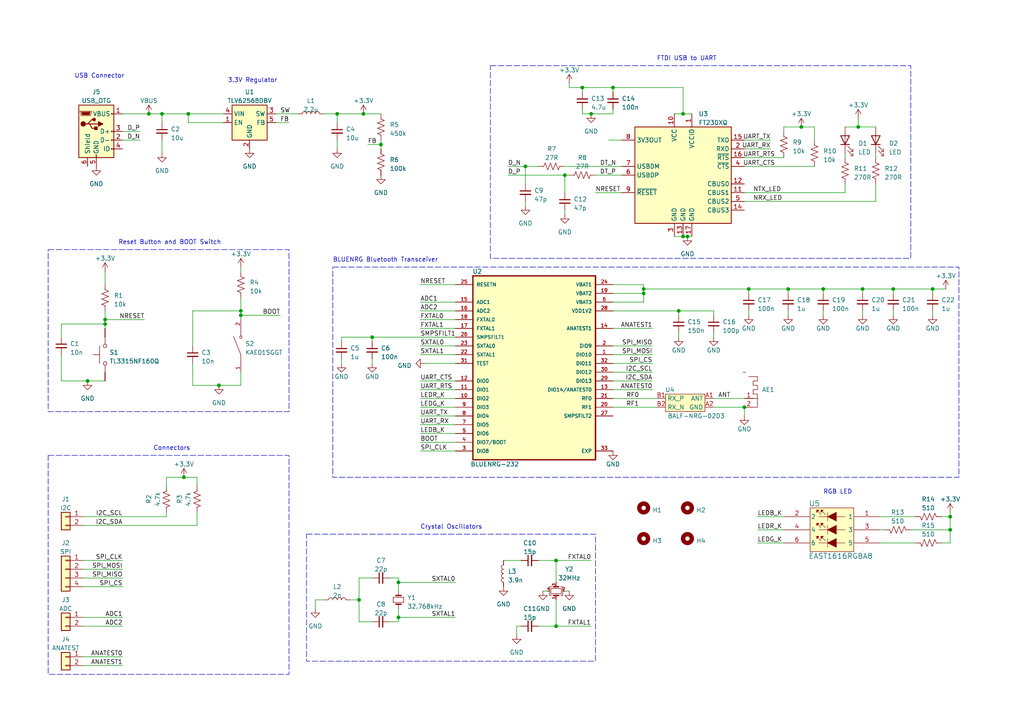
<source format=kicad_sch>
(kicad_sch (version 20230121) (generator eeschema)
  (paper "A4")
  (junction (at 163.83 50.8))
  (junction (at 168.91 25.4))
  (junction (at 30.48 93.98))
  (junction (at 198.12 33.02))
  (junction (at 259.08 83.82))
  (junction (at 250.19 83.82))
  (junction (at 238.76 83.82))
  (junction (at 105.41 33.02))
  (junction (at 232.41 36.83))
  (junction (at 63.5 111.76))
  (junction (at 217.17 83.82))
  (junction (at 196.85 90.17))
  (junction (at 152.4 48.26))
  (junction (at 69.85 90.17))
  (junction (at 228.6 83.82))
  (junction (at 161.29 162.56))
  (junction (at 270.51 83.82))
  (junction (at 30.48 92.71))
  (junction (at 248.92 36.83))
  (junction (at 115.57 168.91))
  (junction (at 107.95 97.79))
  (junction (at 97.79 33.02))
  (junction (at 161.29 181.61))
  (junction (at 110.49 41.91))
  (junction (at 275.59 153.67))
  (junction (at 186.69 83.82))
  (junction (at 25.4 110.49))
  (junction (at 171.45 33.02))
  (junction (at 177.8 25.4))
  (junction (at 69.85 91.44))
  (junction (at 104.14 173.99))
  (junction (at 215.9 118.11))
  (junction (at 115.57 179.07))
  (junction (at 186.69 85.09))
  (junction (at 198.12 68.58))
  (junction (at 53.34 138.43))
  (junction (at 54.61 33.02))
  (junction (at 46.99 33.02))
  (junction (at 199.39 68.58))
  (junction (at 43.18 33.02))
  (junction (at 275.59 149.86))
  (wire (pts (xy 69.85 77.47) (xy 69.85 78.74)))
  (wire (pts (xy 25.4 110.49) (xy 30.48 110.49)))
  (wire (pts (xy 30.48 93.98) (xy 30.48 95.25)))
  (wire (pts (xy 147.32 48.26) (xy 152.4 48.26)))
  (wire (pts (xy 105.41 33.02) (xy 110.49 33.02)))
  (wire (pts (xy 30.48 90.17) (xy 30.48 92.71)))
  (wire (pts (xy 265.43 157.48) (xy 255.27 157.48)))
  (wire (pts (xy 177.8 26.67) (xy 177.8 25.4)))
  (wire (pts (xy 35.56 193.04) (xy 24.13 193.04)))
  (wire (pts (xy 207.01 118.11) (xy 215.9 118.11)))
  (wire (pts (xy 186.69 82.55) (xy 177.8 82.55)))
  (wire (pts (xy 149.86 181.61) (xy 151.13 181.61)))
  (wire (pts (xy 93.98 33.02) (xy 97.79 33.02)))
  (wire (pts (xy 168.91 33.02) (xy 168.91 31.75)))
  (wire (pts (xy 250.19 85.09) (xy 250.19 83.82)))
  (wire (pts (xy 149.86 181.61) (xy 149.86 184.15)))
  (wire (pts (xy 63.5 111.76) (xy 69.85 111.76)))
  (wire (pts (xy 161.29 162.56) (xy 161.29 168.91)))
  (wire (pts (xy 113.03 180.34) (xy 115.57 180.34)))
  (wire (pts (xy 168.91 33.02) (xy 171.45 33.02)))
  (wire (pts (xy 104.14 167.64) (xy 107.95 167.64)))
  (wire (pts (xy 250.19 91.44) (xy 250.19 90.17)))
  (wire (pts (xy 107.95 97.79) (xy 107.95 99.06)))
  (wire (pts (xy 115.57 168.91) (xy 115.57 171.45)))
  (wire (pts (xy 248.92 36.83) (xy 254 36.83)))
  (wire (pts (xy 215.9 48.26) (xy 236.22 48.26)))
  (wire (pts (xy 176.53 40.64) (xy 180.34 40.64)))
  (wire (pts (xy 107.95 97.79) (xy 132.08 97.79)))
  (wire (pts (xy 121.92 115.57) (xy 132.08 115.57)))
  (wire (pts (xy 46.99 44.45) (xy 46.99 40.64)))
  (wire (pts (xy 254 58.42) (xy 254 53.34)))
  (wire (pts (xy 121.92 87.63) (xy 132.08 87.63)))
  (wire (pts (xy 121.92 123.19) (xy 132.08 123.19)))
  (wire (pts (xy 121.92 102.87) (xy 132.08 102.87)))
  (wire (pts (xy 24.13 179.07) (xy 35.56 179.07)))
  (wire (pts (xy 215.9 43.18) (xy 223.52 43.18)))
  (wire (pts (xy 54.61 35.56) (xy 64.77 35.56)))
  (wire (pts (xy 189.23 107.95) (xy 177.8 107.95)))
  (wire (pts (xy 217.17 91.44) (xy 217.17 90.17)))
  (wire (pts (xy 48.26 149.86) (xy 48.26 148.59)))
  (wire (pts (xy 228.6 83.82) (xy 238.76 83.82)))
  (wire (pts (xy 165.1 171.45) (xy 163.83 171.45)))
  (wire (pts (xy 35.56 167.64) (xy 24.13 167.64)))
  (wire (pts (xy 54.61 33.02) (xy 64.77 33.02)))
  (wire (pts (xy 275.59 153.67) (xy 275.59 157.48)))
  (wire (pts (xy 132.08 95.25) (xy 121.92 95.25)))
  (wire (pts (xy 57.15 138.43) (xy 57.15 140.97)))
  (wire (pts (xy 177.8 115.57) (xy 190.5 115.57)))
  (wire (pts (xy 48.26 138.43) (xy 53.34 138.43)))
  (wire (pts (xy 236.22 36.83) (xy 232.41 36.83)))
  (wire (pts (xy 275.59 149.86) (xy 275.59 153.67)))
  (wire (pts (xy 264.16 153.67) (xy 275.59 153.67)))
  (wire (pts (xy 107.95 105.41) (xy 107.95 104.14)))
  (wire (pts (xy 35.56 38.1) (xy 40.64 38.1)))
  (wire (pts (xy 215.9 58.42) (xy 254 58.42)))
  (wire (pts (xy 121.92 120.65) (xy 132.08 120.65)))
  (wire (pts (xy 115.57 167.64) (xy 113.03 167.64)))
  (wire (pts (xy 17.78 97.79) (xy 17.78 93.98)))
  (wire (pts (xy 121.92 125.73) (xy 132.08 125.73)))
  (wire (pts (xy 115.57 180.34) (xy 115.57 179.07)))
  (wire (pts (xy 199.39 68.58) (xy 200.66 68.58)))
  (wire (pts (xy 157.48 171.45) (xy 158.75 171.45)))
  (wire (pts (xy 110.49 41.91) (xy 110.49 43.18)))
  (wire (pts (xy 69.85 91.44) (xy 81.28 91.44)))
  (wire (pts (xy 55.88 100.33) (xy 55.88 90.17)))
  (wire (pts (xy 46.99 35.56) (xy 46.99 33.02)))
  (wire (pts (xy 274.32 83.82) (xy 270.51 83.82)))
  (wire (pts (xy 219.71 157.48) (xy 227.33 157.48)))
  (wire (pts (xy 168.91 26.67) (xy 168.91 25.4)))
  (wire (pts (xy 196.85 97.79) (xy 196.85 96.52)))
  (wire (pts (xy 215.9 118.11) (xy 215.9 120.65)))
  (wire (pts (xy 250.19 83.82) (xy 259.08 83.82)))
  (wire (pts (xy 189.23 105.41) (xy 177.8 105.41)))
  (wire (pts (xy 24.13 152.4) (xy 57.15 152.4)))
  (wire (pts (xy 275.59 149.86) (xy 273.05 149.86)))
  (wire (pts (xy 215.9 55.88) (xy 245.11 55.88)))
  (wire (pts (xy 57.15 152.4) (xy 57.15 148.59)))
  (wire (pts (xy 69.85 111.76) (xy 69.85 107.95)))
  (wire (pts (xy 104.14 180.34) (xy 104.14 173.99)))
  (wire (pts (xy 196.85 90.17) (xy 207.01 90.17)))
  (wire (pts (xy 236.22 40.64) (xy 236.22 36.83)))
  (wire (pts (xy 107.95 180.34) (xy 104.14 180.34)))
  (wire (pts (xy 215.9 45.72) (xy 227.33 45.72)))
  (wire (pts (xy 254 44.45) (xy 254 45.72)))
  (wire (pts (xy 217.17 85.09) (xy 217.17 83.82)))
  (wire (pts (xy 189.23 100.33) (xy 177.8 100.33)))
  (wire (pts (xy 171.45 33.02) (xy 177.8 33.02)))
  (wire (pts (xy 165.1 25.4) (xy 168.91 25.4)))
  (wire (pts (xy 161.29 181.61) (xy 161.29 173.99)))
  (wire (pts (xy 35.56 40.64) (xy 40.64 40.64)))
  (wire (pts (xy 259.08 91.44) (xy 259.08 90.17)))
  (wire (pts (xy 53.34 138.43) (xy 57.15 138.43)))
  (wire (pts (xy 55.88 105.41) (xy 55.88 111.76)))
  (wire (pts (xy 219.71 149.86) (xy 227.33 149.86)))
  (wire (pts (xy 207.01 115.57) (xy 215.9 115.57)))
  (wire (pts (xy 48.26 140.97) (xy 48.26 138.43)))
  (wire (pts (xy 177.8 87.63) (xy 186.69 87.63)))
  (wire (pts (xy 186.69 83.82) (xy 186.69 82.55)))
  (wire (pts (xy 97.79 43.18) (xy 97.79 40.64)))
  (wire (pts (xy 35.56 33.02) (xy 43.18 33.02)))
  (wire (pts (xy 55.88 111.76) (xy 63.5 111.76)))
  (wire (pts (xy 238.76 91.44) (xy 238.76 90.17)))
  (wire (pts (xy 24.13 149.86) (xy 48.26 149.86)))
  (wire (pts (xy 132.08 92.71) (xy 121.92 92.71)))
  (wire (pts (xy 101.6 173.99) (xy 104.14 173.99)))
  (wire (pts (xy 161.29 162.56) (xy 171.45 162.56)))
  (wire (pts (xy 80.01 35.56) (xy 83.82 35.56)))
  (wire (pts (xy 177.8 118.11) (xy 190.5 118.11)))
  (wire (pts (xy 177.8 90.17) (xy 196.85 90.17)))
  (wire (pts (xy 97.79 33.02) (xy 105.41 33.02)))
  (wire (pts (xy 198.12 68.58) (xy 199.39 68.58)))
  (wire (pts (xy 186.69 83.82) (xy 217.17 83.82)))
  (wire (pts (xy 228.6 85.09) (xy 228.6 83.82)))
  (wire (pts (xy 152.4 48.26) (xy 156.21 48.26)))
  (wire (pts (xy 17.78 110.49) (xy 25.4 110.49)))
  (wire (pts (xy 163.83 50.8) (xy 163.83 55.88)))
  (wire (pts (xy 30.48 78.74) (xy 30.48 82.55)))
  (wire (pts (xy 217.17 83.82) (xy 228.6 83.82)))
  (wire (pts (xy 152.4 48.26) (xy 152.4 53.34)))
  (wire (pts (xy 189.23 113.03) (xy 177.8 113.03)))
  (wire (pts (xy 24.13 181.61) (xy 35.56 181.61)))
  (wire (pts (xy 273.05 157.48) (xy 275.59 157.48)))
  (wire (pts (xy 189.23 110.49) (xy 177.8 110.49)))
  (wire (pts (xy 97.79 33.02) (xy 97.79 35.56)))
  (wire (pts (xy 189.23 95.25) (xy 177.8 95.25)))
  (wire (pts (xy 238.76 83.82) (xy 250.19 83.82)))
  (wire (pts (xy 17.78 102.87) (xy 17.78 110.49)))
  (wire (pts (xy 186.69 87.63) (xy 186.69 85.09)))
  (wire (pts (xy 232.41 36.83) (xy 227.33 36.83)))
  (wire (pts (xy 17.78 93.98) (xy 30.48 93.98)))
  (wire (pts (xy 245.11 44.45) (xy 245.11 45.72)))
  (wire (pts (xy 156.21 162.56) (xy 161.29 162.56)))
  (wire (pts (xy 30.48 92.71) (xy 41.91 92.71)))
  (wire (pts (xy 35.56 162.56) (xy 24.13 162.56)))
  (wire (pts (xy 110.49 40.64) (xy 110.49 41.91)))
  (wire (pts (xy 168.91 25.4) (xy 177.8 25.4)))
  (wire (pts (xy 177.8 25.4) (xy 198.12 25.4)))
  (wire (pts (xy 91.44 173.99) (xy 93.98 173.99)))
  (wire (pts (xy 195.58 33.02) (xy 198.12 33.02)))
  (wire (pts (xy 115.57 179.07) (xy 132.08 179.07)))
  (wire (pts (xy 115.57 168.91) (xy 132.08 168.91)))
  (wire (pts (xy 172.72 50.8) (xy 180.34 50.8)))
  (wire (pts (xy 227.33 36.83) (xy 227.33 38.1)))
  (wire (pts (xy 180.34 55.88) (xy 172.72 55.88)))
  (wire (pts (xy 55.88 90.17) (xy 69.85 90.17)))
  (wire (pts (xy 219.71 153.67) (xy 227.33 153.67)))
  (wire (pts (xy 99.06 97.79) (xy 107.95 97.79)))
  (wire (pts (xy 275.59 148.59) (xy 275.59 149.86)))
  (wire (pts (xy 121.92 128.27) (xy 132.08 128.27)))
  (wire (pts (xy 123.19 105.41) (xy 132.08 105.41)))
  (wire (pts (xy 146.05 162.56) (xy 151.13 162.56)))
  (wire (pts (xy 69.85 91.44) (xy 69.85 92.71)))
  (wire (pts (xy 228.6 91.44) (xy 228.6 90.17)))
  (wire (pts (xy 186.69 85.09) (xy 186.69 83.82)))
  (wire (pts (xy 91.44 176.53) (xy 91.44 173.99)))
  (wire (pts (xy 106.68 41.91) (xy 110.49 41.91)))
  (wire (pts (xy 156.21 181.61) (xy 161.29 181.61)))
  (wire (pts (xy 121.92 100.33) (xy 132.08 100.33)))
  (wire (pts (xy 195.58 68.58) (xy 198.12 68.58)))
  (wire (pts (xy 69.85 90.17) (xy 69.85 91.44)))
  (wire (pts (xy 265.43 149.86) (xy 255.27 149.86)))
  (wire (pts (xy 80.01 33.02) (xy 86.36 33.02)))
  (wire (pts (xy 259.08 83.82) (xy 270.51 83.82)))
  (wire (pts (xy 161.29 181.61) (xy 171.45 181.61)))
  (wire (pts (xy 121.92 82.55) (xy 132.08 82.55)))
  (wire (pts (xy 248.92 34.29) (xy 248.92 36.83)))
  (wire (pts (xy 99.06 105.41) (xy 99.06 104.14)))
  (wire (pts (xy 207.01 97.79) (xy 207.01 96.52)))
  (wire (pts (xy 35.56 170.18) (xy 24.13 170.18)))
  (wire (pts (xy 121.92 118.11) (xy 132.08 118.11)))
  (wire (pts (xy 198.12 25.4) (xy 198.12 33.02)))
  (wire (pts (xy 163.83 48.26) (xy 180.34 48.26)))
  (wire (pts (xy 35.56 165.1) (xy 24.13 165.1)))
  (wire (pts (xy 215.9 40.64) (xy 223.52 40.64)))
  (wire (pts (xy 115.57 168.91) (xy 115.57 167.64)))
  (wire (pts (xy 189.23 102.87) (xy 177.8 102.87)))
  (wire (pts (xy 163.83 60.96) (xy 163.83 62.23)))
  (wire (pts (xy 245.11 55.88) (xy 245.11 53.34)))
  (wire (pts (xy 104.14 173.99) (xy 104.14 167.64)))
  (wire (pts (xy 46.99 33.02) (xy 54.61 33.02)))
  (wire (pts (xy 165.1 24.13) (xy 165.1 25.4)))
  (wire (pts (xy 245.11 36.83) (xy 248.92 36.83)))
  (wire (pts (xy 115.57 176.53) (xy 115.57 179.07)))
  (wire (pts (xy 270.51 91.44) (xy 270.51 90.17)))
  (wire (pts (xy 99.06 97.79) (xy 99.06 99.06)))
  (wire (pts (xy 35.56 190.5) (xy 24.13 190.5)))
  (wire (pts (xy 69.85 86.36) (xy 69.85 90.17)))
  (wire (pts (xy 30.48 92.71) (xy 30.48 93.98)))
  (wire (pts (xy 121.92 113.03) (xy 132.08 113.03)))
  (wire (pts (xy 207.01 90.17) (xy 207.01 91.44)))
  (wire (pts (xy 147.32 50.8) (xy 163.83 50.8)))
  (wire (pts (xy 177.8 85.09) (xy 186.69 85.09)))
  (wire (pts (xy 121.92 90.17) (xy 132.08 90.17)))
  (wire (pts (xy 121.92 110.49) (xy 132.08 110.49)))
  (wire (pts (xy 270.51 85.09) (xy 270.51 83.82)))
  (wire (pts (xy 43.18 33.02) (xy 46.99 33.02)))
  (wire (pts (xy 196.85 91.44) (xy 196.85 90.17)))
  (wire (pts (xy 256.54 153.67) (xy 255.27 153.67)))
  (wire (pts (xy 259.08 85.09) (xy 259.08 83.82)))
  (wire (pts (xy 121.92 130.81) (xy 132.08 130.81)))
  (wire (pts (xy 152.4 58.42) (xy 152.4 59.69)))
  (wire (pts (xy 238.76 85.09) (xy 238.76 83.82)))
  (wire (pts (xy 177.8 31.75) (xy 177.8 33.02)))
  (wire (pts (xy 163.83 50.8) (xy 165.1 50.8)))
  (wire (pts (xy 198.12 33.02) (xy 200.66 33.02)))
  (wire (pts (xy 54.61 33.02) (xy 54.61 35.56)))
  (rectangle (start 96.52 77.47) (end 278.13 138.43) (stroke (width 0) (type dash)))
  (rectangle (start 13.97 72.39) (end 83.82 119.38) (stroke (width 0) (type dash)))
  (rectangle (start 88.9 154.94) (end 172.72 191.77) (stroke (width 0) (type dash)))
  (rectangle (start 142.24 19.05) (end 264.16 74.93) (stroke (width 0) (type dash)))
  (rectangle (start 13.97 132.08) (end 83.82 195.58) (stroke (width 0) (type dash)))
  (text "Reset Button and BOOT Switch\n" (at 34.29 71.12 0) (effects (font (size 1.27 1.27)) (justify left bottom)))
  (text "Crystal Oscillators" (at 121.92 153.67 0) (effects (font (size 1.27 1.27)) (justify left bottom)))
  (text "FTDI USB to UART" (at 190.5 17.78 0) (effects (font (size 1.27 1.27)) (justify left bottom)))
  (text "USB Connector" (at 21.59 22.86 0) (effects (font (size 1.27 1.27)) (justify left bottom)))
  (text "RGB LED" (at 238.76 143.51 0) (effects (font (size 1.27 1.27)) (justify left bottom)))
  (text "BLUENRG Bluetooth Transceiver" (at 96.52 76.2 0) (effects (font (size 1.27 1.27)) (justify left bottom)))
  (text "3.3V Regulator" (at 66.04 24.13 0) (effects (font (size 1.27 1.27)) (justify left bottom)))
  (text "Connectors" (at 44.45 130.81 0) (effects (font (size 1.27 1.27)) (justify left bottom)))
  (label "D_N" (at 40.64 40.64 180))
  (label "SPI_CLK" (at 35.56 162.56 180))
  (label "SW" (at 81.28 33.02 0))
  (label "UART_RTS" (at 224.79 45.72 180))
  (label "NRESET" (at 121.92 82.55 0))
  (label "ANATEST0" (at 35.56 190.5 180))
  (label "LEDR_K" (at 121.92 115.57 0))
  (label "FXTAL0" (at 121.92 92.71 0))
  (label "SPI_CS" (at 35.56 170.18 180))
  (label "NRESET" (at 172.72 55.88 0))
  (label "ANATEST0" (at 189.23 113.03 180))
  (label "ADC1" (at 121.92 87.63 0))
  (label "SXTAL1" (at 132.08 179.07 180))
  (label "LEDG_K" (at 219.71 157.48 0))
  (label "SXTAL1" (at 121.92 102.87 0))
  (label "DT_P" (at 173.99 50.8 0))
  (label "SXTAL0" (at 121.92 100.33 0))
  (label "UART_TX" (at 121.92 120.65 0))
  (label "BOOT" (at 121.92 128.27 0))
  (label "NRX_LED" (at 218.44 58.42 0))
  (label "D_P" (at 40.64 38.1 180))
  (label "ANT" (at 208.28 115.57 0))
  (label "DT_N" (at 173.99 48.26 0))
  (label "D_P" (at 147.32 50.8 0))
  (label "NRESET" (at 41.91 92.71 180))
  (label "SPI_MOSI" (at 189.23 102.87 180))
  (label "UART_RX" (at 121.92 123.19 0))
  (label "SPI_MOSI" (at 35.56 165.1 180))
  (label "LEDR_K" (at 219.71 153.67 0))
  (label "LEDG_K" (at 121.92 118.11 0))
  (label "SXTAL0" (at 132.08 168.91 180))
  (label "ANATEST1" (at 35.56 193.04 180))
  (label "RF1" (at 181.61 118.11 0))
  (label "ANATEST1" (at 189.23 95.25 180))
  (label "LEDB_K" (at 219.71 149.86 0))
  (label "FB" (at 83.82 35.56 180))
  (label "SPI_CS" (at 189.23 105.41 180))
  (label "UART_CTS" (at 121.92 110.49 0))
  (label "FXTAL0" (at 171.45 162.56 180))
  (label "SPI_MISO" (at 35.56 167.64 180))
  (label "I2C_SCL" (at 189.23 107.95 180))
  (label "LEDB_K" (at 121.92 125.73 0))
  (label "I2C_SCL" (at 35.56 149.86 180))
  (label "UART_TX" (at 223.52 40.64 180))
  (label "BOOT" (at 81.28 91.44 180))
  (label "NTX_LED" (at 218.44 55.88 0))
  (label "FXTAL1" (at 121.92 95.25 0))
  (label "I2C_SDA" (at 189.23 110.49 180))
  (label "ADC2" (at 35.56 181.61 180))
  (label "SMPSFILT1" (at 121.92 97.79 0))
  (label "ADC2" (at 121.92 90.17 0))
  (label "ADC1" (at 35.56 179.07 180))
  (label "D_N" (at 147.32 48.26 0))
  (label "UART_RTS" (at 121.92 113.03 0))
  (label "SPI_MISO" (at 189.23 100.33 180))
  (label "I2C_SDA" (at 35.56 152.4 180))
  (label "UART_CTS" (at 224.79 48.26 180))
  (label "FB" (at 106.68 41.91 0))
  (label "SPI_CLK" (at 121.92 130.81 0))
  (label "RF0" (at 181.61 115.57 0))
  (label "UART_RX" (at 223.52 43.18 180))
  (label "FXTAL1" (at 171.45 181.61 180))
  (symbol (lib_id "power:GND") (at 217.17 91.44 0) (unit 1)
    (property "Reference" "#PWR030" (effects hide))
    (property "Value" "GND" (at 217.17 95.25 0))
  )
  (symbol (lib_id "Device:C_Small") (at 152.4 55.88 0) (unit 1)
    (property "Reference" "C9" (at 154.94 55.2513 0) (effects (justify left)))
    (property "Value" "47p" (at 154.94 57.7913 0) (effects (justify left)))
    (property "Footprint" "Capacitor_SMD:C_0402_1005Metric_Pad0.74x0.62mm_HandSolder" (effects hide))
    (property "MPN" "0402N470J250CT" (effects hide))
    (property "Item #" "6" (effects hide))
    (property "Description" "CAP CER 47PF 25V C0G/NP0 0402" (effects hide))
    (property "Package/Footprint" "0402" (effects hide))
    (property "Type" "SMD" (effects hide))
    (property "MANUFACTURER" "Walsin Technology Corporation" (effects hide))
  )
  (symbol (lib_id "Mechanical:MountingHole") (at 186.69 156.21 0) (unit 1)
    (property "Reference" "H3" (at 189.23 156.845 0) (effects (justify left)))
    (property "Value" "MountingHole" (effects hide))
    (property "Footprint" "MountingHole:MountingHole_2.2mm_M2" (effects hide))
  )
  (symbol (lib_id "power:+3.3V") (at 274.32 83.82 0) (unit 1)
    (property "Reference" "#PWR038" (effects hide))
    (property "Value" "+3.3V" (at 274.32 80.01 0))
  )
  (symbol (lib_id "Connector:USB_OTG") (at 27.94 38.1 0) (unit 1)
    (property "Reference" "J5" (at 27.94 26.67 0))
    (property "Value" "USB_OTG" (at 27.94 29.21 0))
    (property "Footprint" "Connector_USB:USB_Micro-B_GCT_USB3076-30-A" (effects hide))
    (property "Datasheet" " ~" (effects hide))
    (property "MPN" "USB3076-30-A" (effects hide))
    (property "MANUFACTURER" "GCT" (effects hide))
    (property "Item #" "12" (effects hide))
    (property "Description" "MICRO B SKT, BOTTOM-SMT, R/A, 30" (effects hide))
    (property "Package/Footprint" "USB Micro-B" (effects hide))
    (property "Type" "Thru-hole" (effects hide))
  )
  (symbol (lib_id "Interface_USB:FT230XQ") (at 198.12 50.8 0) (unit 1)
    (property "Reference" "U3" (at 202.6159 33.02 0) (effects (justify left)))
    (property "Value" "FT230XQ" (at 202.6159 35.56 0) (effects (justify left)))
    (property "Footprint" "Package_DFN_QFN:QFN-16-1EP_4x4mm_P0.65mm_EP2.1x2.1mm" (effects hide))
    (property "Datasheet" "https://www.ftdichip.com/Support/Documents/DataSheets/ICs/DS_FT230X.pdf" (effects hide))
    (property "MPN" "FT230XQ-R" (effects hide))
    (property "MANUFACTURER" "FTDI" (effects hide))
    (property "Item #" "27" (effects hide))
    (property "Description" "IC USB SERIAL BASIC UART 16QFN" (effects hide))
    (property "Package/Footprint" "QFN-16" (effects hide))
    (property "Type" "SMD" (effects hide))
  )
  (symbol (lib_id "power:GND") (at 91.44 176.53 0) (unit 1)
    (property "Reference" "#PWR010" (effects hide))
    (property "Value" "GND" (at 91.44 181.61 0))
  )
  (symbol (lib_id "power:GND") (at 149.86 184.15 0) (unit 1)
    (property "Reference" "#PWR018" (effects hide))
    (property "Value" "GND" (at 149.86 189.23 0))
  )
  (symbol (lib_id "Device:R_US") (at 269.24 157.48 270) (mirror x) (unit 1)
    (property "Reference" "R15" (at 269.24 152.4 90))
    (property "Value" "510" (at 269.24 154.94 90))
    (property "Footprint" "Resistor_SMD:R_0402_1005Metric_Pad0.72x0.64mm_HandSolder" (effects hide))
    (property "MPN" "RC0402FR-07510RL" (effects hide))
    (property "Item #" "22" (effects hide))
    (property "Description" "RES 510 OHM 1% 1/16W 0402" (effects hide))
    (property "MANUFACTURER" "YAGEO" (effects hide))
    (property "Package/Footprint" "0402" (effects hide))
    (property "Type" "SMD" (effects hide))
  )
  (symbol (lib_id "Device:Crystal_Small") (at 115.57 173.99 90) (unit 1)
    (property "Reference" "Y1" (at 118.11 173.355 90) (effects (justify right)))
    (property "Value" "32.768kHz" (at 118.11 175.895 90) (effects (justify right)))
    (property "Footprint" "ECS-.327-12.5-16-TR:XTAL_ECS-.327-12.5-16-TR" (effects hide))
    (property "MANUFACTURER" "ECS INC" (effects hide))
    (property "MPN" "ECS-.327-12.5-16-TR" (effects hide))
    (property "Item #" "30" (effects hide))
    (property "Description" "CRYSTAL 32.7680KHZ 12.5PF SMD" (effects hide))
    (property "Package/Footprint" "2-SMD" (effects hide))
    (property "Type" "SMD" (effects hide))
  )
  (symbol (lib_id "Device:C_Small") (at 217.17 87.63 0) (unit 1)
    (property "Reference" "C17" (at 219.71 87.0013 0) (effects (justify left)))
    (property "Value" "100n" (at 219.71 89.5413 0) (effects (justify left)))
    (property "Footprint" "Capacitor_SMD:C_0402_1005Metric_Pad0.74x0.62mm_HandSolder" (effects hide))
    (property "MPN" "0402YC104KAT2A" (effects hide))
    (property "Item #" "4" (effects hide))
    (property "Description" "CAP CER 0.1UF 16V X7R 0402" (effects hide))
    (property "Package/Footprint" "0402" (effects hide))
    (property "Type" "SMD" (effects hide))
    (property "MANUFACTURER" "KYOCERA AVX" (effects hide))
  )
  (symbol (lib_id "power:GND") (at 270.51 91.44 0) (unit 1)
    (property "Reference" "#PWR037" (effects hide))
    (property "Value" "GND" (at 270.51 95.25 0))
  )
  (symbol (lib_id "Device:C_Small") (at 46.99 38.1 0) (unit 1)
    (property "Reference" "C2" (at 49.53 37.4713 0) (effects (justify left)))
    (property "Value" "10u" (at 49.53 40.0113 0) (effects (justify left)))
    (property "Footprint" "Capacitor_SMD:C_0402_1005Metric_Pad0.74x0.62mm_HandSolder" (effects hide))
    (property "MPN" "GRM155R60J106ME05D" (effects hide))
    (property "Item #" "2" (effects hide))
    (property "Description" "CAP CER 10UF 6.3V X5R 0402" (effects hide))
    (property "Package/Footprint" "0402" (effects hide))
    (property "Type" "SMD" (effects hide))
    (property "MANUFACTURER" "Murata Electronics" (effects hide))
  )
  (symbol (lib_id "Device:C_Small") (at 107.95 101.6 0) (unit 1)
    (property "Reference" "C6" (at 110.49 100.9713 0) (effects (justify left)))
    (property "Value" "100n" (at 110.49 103.5113 0) (effects (justify left)))
    (property "Footprint" "Capacitor_SMD:C_0402_1005Metric_Pad0.74x0.62mm_HandSolder" (effects hide))
    (property "MPN" "0402YC104KAT2A" (effects hide))
    (property "Item #" "4" (effects hide))
    (property "Description" "CAP CER 0.1UF 16V X7R 0402" (effects hide))
    (property "Package/Footprint" "0402" (effects hide))
    (property "Type" "SMD" (effects hide))
    (property "MANUFACTURER" "KYOCERA AVX" (effects hide))
  )
  (symbol (lib_id "Device:R_US") (at 160.02 48.26 90) (unit 1)
    (property "Reference" "R7" (at 160.02 43.18 90))
    (property "Value" "27R" (at 160.02 45.72 90))
    (property "Footprint" "Resistor_SMD:R_0402_1005Metric_Pad0.72x0.64mm_HandSolder" (effects hide))
    (property "MPN" "RC0402FR-0727RL" (effects hide))
    (property "Item #" "20" (effects hide))
    (property "Description" "RES 27 OHM 1% 1/16W 0402" (effects hide))
    (property "MANUFACTURER" "YAGEO" (effects hide))
    (property "Package/Footprint" "0402" (effects hide))
    (property "Type" "SMD" (effects hide))
  )
  (symbol (lib_id "power:GND") (at 177.8 130.81 0) (unit 1)
    (property "Reference" "#PWR025" (effects hide))
    (property "Value" "GND" (at 177.8 134.62 0))
  )
  (symbol (lib_id "power:GND") (at 163.83 62.23 0) (unit 1)
    (property "Reference" "#PWR021" (effects hide))
    (property "Value" "GND" (at 163.83 67.31 0))
  )
  (symbol (lib_id "power:GND") (at 215.9 120.65 0) (unit 1)
    (property "Reference" "#PWR029" (effects hide))
    (property "Value" "GND" (at 215.9 124.46 0))
  )
  (symbol (lib_id "power:GND") (at 196.85 97.79 0) (unit 1)
    (property "Reference" "#PWR026" (effects hide))
    (property "Value" "GND" (at 196.85 101.6 0))
  )
  (symbol (lib_id "Device:C_Small") (at 250.19 87.63 0) (unit 1)
    (property "Reference" "C20" (at 252.73 87.0013 0) (effects (justify left)))
    (property "Value" "1u" (at 252.73 89.5413 0) (effects (justify left)))
    (property "Footprint" "Capacitor_SMD:C_0402_1005Metric_Pad0.74x0.62mm_HandSolder" (effects hide))
    (property "MPN" "04026D105KAT2A" (effects hide))
    (property "Item #" "3" (effects hide))
    (property "Description" "CAP CER 1UF 6.3V X5R 0402" (effects hide))
    (property "Package/Footprint" "0402" (effects hide))
    (property "Type" "SMD" (effects hide))
    (property "MANUFACTURER" "KYOCERA AVX" (effects hide))
  )
  (symbol (lib_id "Device:C_Small") (at 207.01 93.98 0) (unit 1)
    (property "Reference" "C16" (at 209.55 93.3513 0) (effects (justify left)))
    (property "Value" "100p" (at 209.55 95.8913 0) (effects (justify left)))
    (property "Footprint" "Capacitor_SMD:C_0402_1005Metric_Pad0.74x0.62mm_HandSolder" (effects hide))
    (property "MPN" "04025A101JAT2A" (effects hide))
    (property "Item #" "10" (effects hide))
    (property "Description" "CAP CER 100PF 50V C0G/NP0 0402" (effects hide))
    (property "Package/Footprint" "0402" (effects hide))
    (property "Type" "SMD" (effects hide))
    (property "MANUFACTURER" "KYOCERA AVX" (effects hide))
  )
  (symbol (lib_id "Device:C_Small") (at 153.67 162.56 90) (unit 1)
    (property "Reference" "C10" (at 153.6763 157.48 90))
    (property "Value" "15p" (at 153.6763 160.02 90))
    (property "Footprint" "Capacitor_SMD:C_0402_1005Metric_Pad0.74x0.62mm_HandSolder" (effects hide))
    (property "MPN" "0402N150J250CT" (effects hide))
    (property "Item #" "7" (effects hide))
    (property "Description" "CAP CER 15PF 25V C0G/NP0 0402" (effects hide))
    (property "Package/Footprint" "0402" (effects hide))
    (property "Type" "SMD" (effects hide))
    (property "MANUFACTURER" "Walsin Technology Corporation" (effects hide))
  )
  (symbol (lib_id "power:GND") (at 63.5 111.76 0) (mirror y) (unit 1)
    (property "Reference" "#PWR07" (effects hide))
    (property "Value" "GND" (at 63.5 116.84 0))
  )
  (symbol (lib_id "power:GND") (at 238.76 91.44 0) (unit 1)
    (property "Reference" "#PWR033" (effects hide))
    (property "Value" "GND" (at 238.76 95.25 0))
  )
  (symbol (lib_id "power:GND") (at 228.6 91.44 0) (unit 1)
    (property "Reference" "#PWR031" (effects hide))
    (property "Value" "GND" (at 228.6 95.25 0))
  )
  (symbol (lib_id "Device:C_Small") (at 110.49 180.34 90) (unit 1)
    (property "Reference" "C8" (at 110.4963 175.26 90))
    (property "Value" "22p" (at 110.4963 177.8 90))
    (property "Footprint" "Capacitor_SMD:C_0402_1005Metric_Pad0.74x0.62mm_HandSolder" (effects hide))
    (property "MPN" "04025A220JAT2A" (effects hide))
    (property "Item #" "5" (effects hide))
    (property "Description" "CAP CER 22PF 50V C0G/NP0 0402" (effects hide))
    (property "Package/Footprint" "0402" (effects hide))
    (property "Type" "SMD" (effects hide))
    (property "MANUFACTURER" "KYOCERA AVX" (effects hide))
  )
  (symbol (lib_id "Device:C_Small") (at 238.76 87.63 0) (unit 1)
    (property "Reference" "C19" (at 241.3 87.0013 0) (effects (justify left)))
    (property "Value" "100n" (at 241.3 89.5413 0) (effects (justify left)))
    (property "Footprint" "Capacitor_SMD:C_0402_1005Metric_Pad0.74x0.62mm_HandSolder" (effects hide))
    (property "MPN" "0402YC104KAT2A" (effects hide))
    (property "Item #" "4" (effects hide))
    (property "Description" "CAP CER 0.1UF 16V X7R 0402" (effects hide))
    (property "Package/Footprint" "0402" (effects hide))
    (property "Type" "SMD" (effects hide))
    (property "MANUFACTURER" "KYOCERA AVX" (effects hide))
  )
  (symbol (lib_id "Device:LED") (at 245.11 40.64 90) (unit 1)
    (property "Reference" "D1" (at 248.92 41.5925 90) (effects (justify right)))
    (property "Value" "LED" (at 248.92 44.1325 90) (effects (justify right)))
    (property "Footprint" "LED_SMD:LED_0603_1608Metric_Pad1.05x0.95mm_HandSolder" (effects hide))
    (property "MPN" "LTST-C191KRKT" (effects hide))
    (property "Item #" "11" (effects hide))
    (property "Description" "LED RED CLEAR SMD" (effects hide))
    (property "MANUFACTURER" "Lite-On Inc." (effects hide))
    (property "Package/Footprint" "0603" (effects hide))
    (property "Type" "SMD" (effects hide))
  )
  (symbol (lib_id "Device:C_Small") (at 163.83 58.42 0) (unit 1)
    (property "Reference" "C12" (at 166.37 57.7913 0) (effects (justify left)))
    (property "Value" "47p" (at 166.37 60.3313 0) (effects (justify left)))
    (property "Footprint" "Capacitor_SMD:C_0402_1005Metric_Pad0.74x0.62mm_HandSolder" (effects hide))
    (property "MPN" "0402N470J250CT" (effects hide))
    (property "Item #" "6" (effects hide))
    (property "Description" "CAP CER 47PF 25V C0G/NP0 0402" (effects hide))
    (property "Package/Footprint" "0402" (effects hide))
    (property "Type" "SMD" (effects hide))
    (property "MANUFACTURER" "Walsin Technology Corporation" (effects hide))
  )
  (symbol (lib_id "Regulator_Switching:TLV62568DBV") (at 72.39 35.56 0) (unit 1)
    (property "Reference" "U1" (at 72.39 26.67 0))
    (property "Value" "TLV62568DBV" (at 72.39 29.21 0))
    (property "Footprint" "Package_TO_SOT_SMD:SOT-23-5" (effects hide))
    (property "Datasheet" "http://www.ti.com/lit/ds/symlink/tlv62568.pdf" (effects hide))
    (property "MPN" "TLV62568DBV" (effects hide))
    (property "MANUFACTURER" "Texas Instruments" (effects hide))
    (property "Item #" "25" (effects hide))
    (property "Description" "IC REG BUCK ADJ 1A SOT23-5" (effects hide))
    (property "Package/Footprint" "SOT-23-5" (effects hide))
    (property "Type" "SMD" (effects hide))
  )
  (symbol (lib_id "Device:R_US") (at 110.49 46.99 0) (unit 1)
    (property "Reference" "R6" (at 113.03 46.355 0) (effects (justify left)))
    (property "Value" "100k" (at 113.03 48.895 0) (effects (justify left)))
    (property "Footprint" "Resistor_SMD:R_0402_1005Metric_Pad0.72x0.64mm_HandSolder" (effects hide))
    (property "MPN" "AC0402FR-13100KL" (effects hide))
    (property "Item #" "19" (effects hide))
    (property "Description" "RES 100K OHM 1% 1/16W 0402" (effects hide))
    (property "MANUFACTURER" "YAGEO" (effects hide))
    (property "Package/Footprint" "0402" (effects hide))
    (property "Type" "SMD" (effects hide))
  )
  (symbol (lib_id "power:GND") (at 207.01 97.79 0) (unit 1)
    (property "Reference" "#PWR028" (effects hide))
    (property "Value" "GND" (at 207.01 101.6 0))
  )
  (symbol (lib_id "power:GND") (at 99.06 105.41 0) (unit 1)
    (property "Reference" "#PWR012" (effects hide))
    (property "Value" "GND" (at 99.06 109.22 0))
  )
  (symbol (lib_id "Device:R_US") (at 269.24 149.86 270) (mirror x) (unit 1)
    (property "Reference" "R14" (at 269.24 144.78 90))
    (property "Value" "510" (at 269.24 147.32 90))
    (property "Footprint" "Resistor_SMD:R_0402_1005Metric_Pad0.72x0.64mm_HandSolder" (effects hide))
    (property "MPN" "RC0402FR-07510RL" (effects hide))
    (property "Item #" "22" (effects hide))
    (property "Description" "RES 510 OHM 1% 1/16W 0402" (effects hide))
    (property "MANUFACTURER" "YAGEO" (effects hide))
    (property "Package/Footprint" "0402" (effects hide))
    (property "Type" "SMD" (effects hide))
  )
  (symbol (lib_id "Device:LED") (at 254 40.64 90) (unit 1)
    (property "Reference" "D2" (at 257.81 41.5925 90) (effects (justify right)))
    (property "Value" "LED" (at 257.81 44.1325 90) (effects (justify right)))
    (property "Footprint" "LED_SMD:LED_0603_1608Metric_Pad1.05x0.95mm_HandSolder" (effects hide))
    (property "MPN" "LTST-C191KRKT" (effects hide))
    (property "Item #" "11" (effects hide))
    (property "Description" "LED RED CLEAR SMD" (effects hide))
    (property "MANUFACTURER" "Lite-On Inc." (effects hide))
    (property "Package/Footprint" "0603" (effects hide))
    (property "Type" "SMD" (effects hide))
  )
  (symbol (lib_id "power:+3.3V") (at 248.92 34.29 0) (unit 1)
    (property "Reference" "#PWR034" (effects hide))
    (property "Value" "+3.3V" (at 248.92 30.48 0))
  )
  (symbol (lib_id "Device:C_Small") (at 99.06 101.6 0) (unit 1)
    (property "Reference" "C5" (at 101.6 100.9713 0) (effects (justify left)))
    (property "Value" "1u" (at 101.6 103.5113 0) (effects (justify left)))
    (property "Footprint" "Capacitor_SMD:C_0402_1005Metric_Pad0.74x0.62mm_HandSolder" (effects hide))
    (property "MPN" "04026D105KAT2A" (effects hide))
    (property "Item #" "3" (effects hide))
    (property "Description" "CAP CER 1UF 6.3V X5R 0402" (effects hide))
    (property "Package/Footprint" "0402" (effects hide))
    (property "Type" "SMD" (effects hide))
    (property "MANUFACTURER" "KYOCERA AVX" (effects hide))
  )
  (symbol (lib_id "Connector_Generic:Conn_01x04") (at 19.05 165.1 0) (mirror y) (unit 1) (in_bom no)
    (property "Reference" "J2" (at 19.05 157.48 0))
    (property "Value" "SPI" (at 19.05 160.02 0))
    (property "Footprint" "Connector_PinHeader_2.54mm:PinHeader_1x04_P2.54mm_Vertical" (effects hide))
    (property "Type" "Thru-hole" (effects hide))
  )
  (symbol (lib_id "Device:C_Small") (at 97.79 38.1 0) (unit 1)
    (property "Reference" "C4" (at 100.33 37.4713 0) (effects (justify left)))
    (property "Value" "10u" (at 100.33 40.0113 0) (effects (justify left)))
    (property "Footprint" "Capacitor_SMD:C_0402_1005Metric_Pad0.74x0.62mm_HandSolder" (effects hide))
    (property "MPN" "GRM155R60J106ME05D" (effects hide))
    (property "Item #" "2" (effects hide))
    (property "Description" "CAP CER 10UF 6.3V X5R 0402" (effects hide))
    (property "Package/Footprint" "0402" (effects hide))
    (property "Type" "SMD" (effects hide))
    (property "MANUFACTURER" "Murata Electronics" (effects hide))
  )
  (symbol (lib_id "power:GND") (at 157.48 171.45 0) (unit 1)
    (property "Reference" "#PWR020" (effects hide))
    (property "Value" "GND" (at 157.48 176.53 0))
  )
  (symbol (lib_id "Device:Crystal_GND24_Small") (at 161.29 171.45 90) (unit 1)
    (property "Reference" "Y2" (at 165.1 165.1 90))
    (property "Value" "32MHz" (at 165.1 167.64 90))
    (property "Footprint" "ECS-320-8-47-JTN-TR:XTAL_ECS-320-8-47-JTN-TR" (effects hide))
    (property "MANUFACTURER" "ECS Inc." (effects hide))
    (property "PARTREV" "2017" (effects hide))
    (property "STANDARD" "Manufacturer Recommendation" (effects hide))
    (property "MPN" "ECS-320-8-47-JTN-TR" (effects hide))
    (property "Item #" "31" (effects hide))
    (property "Description" "CRYSTAL 32.0000MHZ 8PF SMD" (effects hide))
    (property "Package/Footprint" "4-SMD" (effects hide))
    (property "Type" "SMD" (effects hide))
  )
  (symbol (lib_id "power:GND") (at 110.49 50.8 0) (unit 1)
    (property "Reference" "#PWR014" (effects hide))
    (property "Value" "GND" (at 110.49 55.88 0))
  )
  (symbol (lib_id "Device:R_US") (at 168.91 50.8 90) (unit 1)
    (property "Reference" "R8" (at 168.91 45.72 90))
    (property "Value" "27R" (at 168.91 48.26 90))
    (property "Footprint" "Resistor_SMD:R_0402_1005Metric_Pad0.72x0.64mm_HandSolder" (effects hide))
    (property "MPN" "RC0402FR-0727RL" (effects hide))
    (property "Item #" "20" (effects hide))
    (property "Description" "RES 27 OHM 1% 1/16W 0402" (effects hide))
    (property "MANUFACTURER" "YAGEO" (effects hide))
    (property "Package/Footprint" "0402" (effects hide))
    (property "Type" "SMD" (effects hide))
  )
  (symbol (lib_id "power:GND") (at 107.95 105.41 0) (unit 1)
    (property "Reference" "#PWR015" (effects hide))
    (property "Value" "GND" (at 107.95 109.22 0))
  )
  (symbol (lib_id "Device:C_Small") (at 228.6 87.63 0) (unit 1)
    (property "Reference" "C18" (at 231.14 87.0013 0) (effects (justify left)))
    (property "Value" "1u" (at 231.14 89.5413 0) (effects (justify left)))
    (property "Footprint" "Capacitor_SMD:C_0402_1005Metric_Pad0.74x0.62mm_HandSolder" (effects hide))
    (property "MPN" "04026D105KAT2A" (effects hide))
    (property "Item #" "3" (effects hide))
    (property "Description" "CAP CER 1UF 6.3V X5R 0402" (effects hide))
    (property "Package/Footprint" "0402" (effects hide))
    (property "Type" "SMD" (effects hide))
    (property "MANUFACTURER" "KYOCERA AVX" (effects hide))
  )
  (symbol (lib_id "Device:R_US") (at 69.85 82.55 180) (unit 1)
    (property "Reference" "R4" (at 72.39 81.915 0) (effects (justify right)))
    (property "Value" "10k" (at 72.39 84.455 0) (effects (justify right)))
    (property "Footprint" "Resistor_SMD:R_0402_1005Metric_Pad0.72x0.64mm_HandSolder" (effects hide))
    (property "MPN" "RC0402FR-0710KP" (effects hide))
    (property "Item #" "16" (effects hide))
    (property "Description" "RES SMD 10K OHM 1% 1/16W " (effects hide))
    (property "MANUFACTURER" "YAGEO" (effects hide))
    (property "Package/Footprint" "0402" (effects hide))
    (property "Type" "SMD" (effects hide))
  )
  (symbol (lib_id "Device:R_US") (at 260.35 153.67 270) (mirror x) (unit 1)
    (property "Reference" "R13" (at 260.35 148.59 90))
    (property "Value" "510" (at 260.35 151.13 90))
    (property "Footprint" "Resistor_SMD:R_0402_1005Metric_Pad0.72x0.64mm_HandSolder" (effects hide))
    (property "MPN" "RC0402FR-07510RL" (effects hide))
    (property "Item #" "22" (effects hide))
    (property "Description" "RES 510 OHM 1% 1/16W 0402" (effects hide))
    (property "MANUFACTURER" "YAGEO" (effects hide))
    (property "Package/Footprint" "0402" (effects hide))
    (property "Type" "SMD" (effects hide))
  )
  (symbol (lib_id "TL3315NF160Q:TL3315NF160Q") (at 30.48 102.87 90) (unit 1)
    (property "Reference" "S1" (at 31.75 102.235 90) (effects (justify right)))
    (property "Value" "TL3315NF160Q" (at 31.75 104.775 90) (effects (justify right)))
    (property "Footprint" "TL3315NF160Q:SW_TL3315NF160Q" (effects hide))
    (property "STANDARD" "Manufacturer recommendations" (effects hide))
    (property "MANUFACTURER" "E-Switch" (effects hide))
    (property "PARTREV" "B" (effects hide))
    (property "MAXIMUM_PACKAGE_HEIGHT" "0.8mm" (effects hide))
    (property "MPN" "TL3315NF160Q" (effects hide))
    (property "Item #" "23" (effects hide))
    (property "Description" "SWITCH TACTILE SPST-NO 0.05A 15V" (effects hide))
    (property "Package/Footprint" "SMT" (effects hide))
    (property "Type" "SMD" (effects hide))
  )
  (symbol (lib_id "power:GND") (at 123.19 105.41 270) (unit 1)
    (property "Reference" "#PWR016" (effects hide))
    (property "Value" "GND" (at 119.38 106.045 90) (effects (justify right)))
  )
  (symbol (lib_id "power:+3.3V") (at 69.85 77.47 0) (unit 1)
    (property "Reference" "#PWR08" (effects hide))
    (property "Value" "+3.3V" (at 69.85 73.66 0))
  )
  (symbol (lib_id "Device:C_Small") (at 196.85 93.98 0) (unit 1)
    (property "Reference" "C15" (at 199.39 93.3513 0) (effects (justify left)))
    (property "Value" "150n" (at 199.39 95.8913 0) (effects (justify left)))
    (property "Footprint" "Capacitor_SMD:C_0402_1005Metric_Pad0.74x0.62mm_HandSolder" (effects hide))
    (property "MPN" "0402X154K100CT" (effects hide))
    (property "Item #" "9" (effects hide))
    (property "Description" "CAP CER 0.15UF 10V X5R 0402" (effects hide))
    (property "Package/Footprint" "0402" (effects hide))
    (property "Type" "SMD" (effects hide))
    (property "MANUFACTURER" "Walsin Technology Corporation" (effects hide))
  )
  (symbol (lib_id "power:GND") (at 46.99 44.45 0) (unit 1)
    (property "Reference" "#PWR05" (effects hide))
    (property "Value" "GND" (at 46.99 49.53 0))
  )
  (symbol (lib_id "Device:C_Small") (at 168.91 29.21 0) (unit 1)
    (property "Reference" "C13" (at 171.45 28.5813 0) (effects (justify left)))
    (property "Value" "4.7u" (at 171.45 31.1213 0) (effects (justify left)))
    (property "Footprint" "Capacitor_SMD:C_0402_1005Metric_Pad0.74x0.62mm_HandSolder" (effects hide))
    (property "MPN" "CL05A475MP5NRNC" (effects hide))
    (property "Item #" "8" (effects hide))
    (property "Description" "CAP CER 4.7UF 10V X5R 0402" (effects hide))
    (property "Package/Footprint" "0402" (effects hide))
    (property "Type" "SMD" (effects hide))
    (property "MANUFACTURER" "Samsung Electro-Mechanics" (effects hide))
  )
  (symbol (lib_id "Device:C_Small") (at 55.88 102.87 0) (unit 1)
    (property "Reference" "C3" (at 58.42 102.2413 0) (effects (justify left)))
    (property "Value" "10n" (at 58.42 104.7813 0) (effects (justify left)))
    (property "Footprint" "Capacitor_SMD:C_0402_1005Metric_Pad0.74x0.62mm_HandSolder" (effects hide))
    (property "MPN" "0402YC103KAT2A" (effects hide))
    (property "Item #" "1" (effects hide))
    (property "Description" "CAP CER 10000PF 16V X7R 0402" (effects hide))
    (property "Package/Footprint" "0402" (effects hide))
    (property "Type" "SMD" (effects hide))
    (property "MANUFACTURER" "KYOCERA AVX" (effects hide))
  )
  (symbol (lib_id "KAE01SGGT:KAE01SGGT") (at 69.85 100.33 90) (unit 1)
    (property "Reference" "S2" (at 71.12 99.695 90) (effects (justify right)))
    (property "Value" "KAE01SGGT" (at 71.12 102.235 90) (effects (justify right)))
    (property "Footprint" "KAE01SGGT:SW_KAE01SGGT" (effects hide))
    (property "STANDARD" "Manufacturer Recommendations" (effects hide))
    (property "PARTREV" "B" (effects hide))
    (property "SNAPEDA_PN" "KAE01SGGT" (effects hide))
    (property "MANUFACTURER" "E-Switch" (effects hide))
    (property "MAXIMUM_PACKAGE_HEIGHT" "3.13 mm" (effects hide))
    (property "MPN" "KAE01SGGT" (effects hide))
    (property "Item #" "24" (effects hide))
    (property "Description" "SWITCH SLIDE DIP SPST 25MA 24V" (effects hide))
    (property "Package/Footprint" "SMT" (effects hide))
    (property "Type" "SMD" (effects hide))
  )
  (symbol (lib_id "Device:L") (at 97.79 173.99 90) (unit 1)
    (property "Reference" "L2" (at 97.79 170.18 90))
    (property "Value" "2n" (at 97.79 172.72 90))
    (property "Footprint" "Inductor_SMD:L_0402_1005Metric_Pad0.77x0.64mm_HandSolder" (effects hide))
    (property "MPN" "LQG15HN2N2S02D" (effects hide))
    (property "Item #" "14" (effects hide))
    (property "Description" "FIXED IND 2.2NH 900MA 150MOHM SM" (effects hide))
    (property "MANUFACTURER" "Murata Electronics" (effects hide))
    (property "Package/Footprint" "0402" (effects hide))
    (property "Type" "SMD" (effects hide))
  )
  (symbol (lib_id "power:+3.3V") (at 232.41 36.83 0) (unit 1)
    (property "Reference" "#PWR032" (effects hide))
    (property "Value" "+3.3V" (at 232.41 33.02 0))
  )
  (symbol (lib_id "Device:C_Small") (at 177.8 29.21 0) (unit 1)
    (property "Reference" "C14" (at 180.34 28.5813 0) (effects (justify left)))
    (property "Value" "100n" (at 180.34 31.1213 0) (effects (justify left)))
    (property "Footprint" "Capacitor_SMD:C_0402_1005Metric_Pad0.74x0.62mm_HandSolder" (effects hide))
    (property "MPN" "0402YC104KAT2A" (effects hide))
    (property "Item #" "4" (effects hide))
    (property "Description" "CAP CER 0.1UF 16V X7R 0402" (effects hide))
    (property "Package/Footprint" "0402" (effects hide))
    (property "Type" "SMD" (effects hide))
    (property "MANUFACTURER" "KYOCERA AVX" (effects hide))
  )
  (symbol (lib_id "Device:R_US") (at 227.33 41.91 180) (unit 1)
    (property "Reference" "R9" (at 229.87 41.275 0) (effects (justify right)))
    (property "Value" "10k" (at 229.87 43.815 0) (effects (justify right)))
    (property "Footprint" "Resistor_SMD:R_0402_1005Metric_Pad0.72x0.64mm_HandSolder" (effects hide))
    (property "MPN" "RC0402FR-0710KP" (effects hide))
    (property "Item #" "16" (effects hide))
    (property "Description" "RES SMD 10K OHM 1% 1/16W " (effects hide))
    (property "MANUFACTURER" "YAGEO" (effects hide))
    (property "Package/Footprint" "0402" (effects hide))
    (property "Type" "SMD" (effects hide))
  )
  (symbol (lib_id "Device:C_Small") (at 270.51 87.63 0) (unit 1)
    (property "Reference" "C22" (at 273.05 87.0013 0) (effects (justify left)))
    (property "Value" "1u" (at 273.05 89.5413 0) (effects (justify left)))
    (property "Footprint" "Capacitor_SMD:C_0402_1005Metric_Pad0.74x0.62mm_HandSolder" (effects hide))
    (property "MPN" "04026D105KAT2A" (effects hide))
    (property "Item #" "3" (effects hide))
    (property "Description" "CAP CER 1UF 6.3V X5R 0402" (effects hide))
    (property "Package/Footprint" "0402" (effects hide))
    (property "Type" "SMD" (effects hide))
    (property "MANUFACTURER" "KYOCERA AVX" (effects hide))
  )
  (symbol (lib_id "Device:C_Small") (at 17.78 100.33 0) (unit 1)
    (property "Reference" "C1" (at 20.32 99.7013 0) (effects (justify left)))
    (property "Value" "10n" (at 20.32 102.2413 0) (effects (justify left)))
    (property "Footprint" "Capacitor_SMD:C_0402_1005Metric_Pad0.74x0.62mm_HandSolder" (effects hide))
    (property "MPN" "0402YC103KAT2A" (effects hide))
    (property "Item #" "1" (effects hide))
    (property "Description" "CAP CER 10000PF 16V X7R 0402" (effects hide))
    (property "Package/Footprint" "0402" (effects hide))
    (property "Type" "SMD" (effects hide))
    (property "MANUFACTURER" "KYOCERA AVX" (effects hide))
  )
  (symbol (lib_id "power:+3.3V") (at 105.41 33.02 0) (unit 1)
    (property "Reference" "#PWR013" (effects hide))
    (property "Value" "+3.3V" (at 105.41 29.21 0))
  )
  (symbol (lib_id "Library:pcb_antenna_50") (at 215.9 107.95 0) (mirror x) (unit 1) (in_bom no)
    (property "Reference" "AE1" (at 220.98 113.03 0) (effects (justify left)))
    (property "Value" "~" (at 215.9 107.95 0))
    (property "Footprint" "Library:ant_foot" (effects hide))
  )
  (symbol (lib_id "Project_Library:BALF-NRG-02D3") (at 199.39 116.84 0) (unit 1)
    (property "Reference" "U4" (at 194.31 113.03 0))
    (property "Value" "BALF-NRG-02D3" (at 201.93 120.65 0))
    (property "Footprint" "Project_Library:CSPG04_1385X855_STM" (effects hide))
    (property "MPN" "BALF-NRG-02D3" (effects hide))
    (property "MANUFACTURER" "STMicroelectronics" (effects hide))
    (property "Item #" "28" (effects hide))
    (property "Description" "BALUN 2.4GHZ-2.5GHZ 50/50 4UFBGA" (effects hide))
    (property "Package/Footprint" "CSPBGA" (effects hide))
    (property "Type" "SMD" (effects hide))
  )
  (symbol (lib_id "power:GND") (at 259.08 91.44 0) (unit 1)
    (property "Reference" "#PWR036" (effects hide))
    (property "Value" "GND" (at 259.08 95.25 0))
  )
  (symbol (lib_id "power:GND") (at 165.1 171.45 0) (mirror y) (unit 1)
    (property "Reference" "#PWR023" (effects hide))
    (property "Value" "GND" (at 165.1 176.53 0))
  )
  (symbol (lib_id "power:GND") (at 152.4 59.69 0) (unit 1)
    (property "Reference" "#PWR019" (effects hide))
    (property "Value" "GND" (at 152.4 64.77 0))
  )
  (symbol (lib_id "power:GND") (at 25.4 110.49 0) (unit 1)
    (property "Reference" "#PWR01" (effects hide))
    (property "Value" "GND" (at 25.4 115.57 0))
  )
  (symbol (lib_id "power:GND") (at 97.79 43.18 0) (unit 1)
    (property "Reference" "#PWR011" (effects hide))
    (property "Value" "GND" (at 97.79 48.26 0))
  )
  (symbol (lib_id "power:VBUS") (at 43.18 33.02 0) (unit 1)
    (property "Reference" "#PWR04" (effects hide))
    (property "Value" "VBUS" (at 43.18 29.21 0))
  )
  (symbol (lib_id "Device:L") (at 146.05 166.37 180) (unit 1)
    (property "Reference" "L3" (at 147.32 165.735 0) (effects (justify right)))
    (property "Value" "3.9n" (at 147.32 168.275 0) (effects (justify right)))
    (property "Footprint" "Inductor_SMD:L_0402_1005Metric_Pad0.77x0.64mm_HandSolder" (effects hide))
    (property "MPN" "LQG15HS3N9S02D" (effects hide))
    (property "Item #" "15" (effects hide))
    (property "Description" "FIXED IND 3.9NH 750MA 180MOHM SM" (effects hide))
    (property "MANUFACTURER" "Murata Electronics" (effects hide))
    (property "Package/Footprint" "0402" (effects hide))
    (property "Type" "SMD" (effects hide))
  )
  (symbol (lib_id "Device:R_US") (at 254 49.53 180) (unit 1)
    (property "Reference" "R12" (at 256.54 48.895 0) (effects (justify right)))
    (property "Value" "270R" (at 256.54 51.435 0) (effects (justify right)))
    (property "Footprint" "Resistor_SMD:R_0402_1005Metric_Pad0.72x0.64mm_HandSolder" (effects hide))
    (property "MPN" "RC0402FR-07270RL" (effects hide))
    (property "Item #" "21" (effects hide))
    (property "Description" "RES 270 OHM 1% 1/16W 0402" (effects hide))
    (property "MANUFACTURER" "YAGEO" (effects hide))
    (property "Package/Footprint" "0402" (effects hide))
    (property "Type" "SMD" (effects hide))
  )
  (symbol (lib_id "Device:R_US") (at 110.49 36.83 180) (unit 1)
    (property "Reference" "R5" (at 113.03 36.195 0) (effects (justify right)))
    (property "Value" "450k" (at 113.03 38.735 0) (effects (justify right)))
    (property "Footprint" "Resistor_SMD:R_0402_1005Metric_Pad0.72x0.64mm_HandSolder" (effects hide))
    (property "MPN" "RC0402FR-07453KL" (effects hide))
    (property "Item #" "18" (effects hide))
    (property "Description" "RES 453K OHM 1% 1/16W 0402" (effects hide))
    (property "MANUFACTURER" "YAGEO" (effects hide))
    (property "Package/Footprint" "0402" (effects hide))
    (property "Type" "SMD" (effects hide))
  )
  (symbol (lib_id "Device:C_Small") (at 153.67 181.61 90) (unit 1)
    (property "Reference" "C11" (at 153.6763 176.53 90))
    (property "Value" "15p" (at 153.6763 179.07 90))
    (property "Footprint" "Capacitor_SMD:C_0402_1005Metric_Pad0.74x0.62mm_HandSolder" (effects hide))
    (property "MPN" "0402N150J250CT" (effects hide))
    (property "Item #" "7" (effects hide))
    (property "Description" "CAP CER 15PF 25V C0G/NP0 0402" (effects hide))
    (property "Package/Footprint" "0402" (effects hide))
    (property "Type" "SMD" (effects hide))
    (property "MANUFACTURER" "Walsin Technology Corporation" (effects hide))
  )
  (symbol (lib_id "Mechanical:MountingHole") (at 186.69 147.32 0) (unit 1)
    (property "Reference" "H1" (at 189.23 147.955 0) (effects (justify left)))
    (property "Value" "MountingHole" (effects hide))
    (property "Footprint" "MountingHole:MountingHole_2.2mm_M2" (effects hide))
  )
  (symbol (lib_id "2023-03-22_16-52-26:EAST1616RGBA8") (at 220.98 148.59 0) (unit 1)
    (property "Reference" "U5" (at 236.22 146.05 0) (effects (font (size 1.524 1.524))))
    (property "Value" "EAST1616RGBA8" (at 243.84 161.29 0) (effects (font (size 1.524 1.524))))
    (property "Footprint" "footprints:LED_EAST1616RGBA8" (effects hide))
    (property "Datasheet" "EAST1616RGBA8" (effects hide))
    (property "MPN" "EAST1616RGBA8" (effects hide))
    (property "MANUFACTURER" "Everlight Electronics Co Ltd" (effects hide))
    (property "Item #" "29" (effects hide))
    (property "Description" "RGB SMD B PART" (effects hide))
    (property "Package/Footprint" "6-SMD" (effects hide))
    (property "Type" "SMD" (effects hide))
  )
  (symbol (lib_id "Device:R_US") (at 48.26 144.78 0) (mirror y) (unit 1)
    (property "Reference" "R2" (at 43.18 144.78 90))
    (property "Value" "4.7k" (at 45.72 144.78 90))
    (property "Footprint" "Resistor_SMD:R_0402_1005Metric_Pad0.72x0.64mm_HandSolder" (effects hide))
    (property "MPN" "RC0402FR-0714K7L" (effects hide))
    (property "Item #" "17" (effects hide))
    (property "Description" "RES 4.7K OHM 1% 1/16W 0402" (effects hide))
    (property "MANUFACTURER" "YAGEO" (effects hide))
    (property "Package/Footprint" "0402" (effects hide))
    (property "Type" "SMD" (effects hide))
  )
  (symbol (lib_id "Connector_Generic:Conn_01x02") (at 19.05 179.07 0) (mirror y) (unit 1) (in_bom no)
    (property "Reference" "J3" (at 19.05 173.99 0))
    (property "Value" "ADC" (at 19.05 176.53 0))
    (property "Footprint" "Connector_PinHeader_2.54mm:PinHeader_1x02_P2.54mm_Vertical" (effects hide))
    (property "Type" "Thru-hole" (effects hide))
  )
  (symbol (lib_id "Device:R_US") (at 30.48 86.36 180) (unit 1)
    (property "Reference" "R1" (at 33.02 85.725 0) (effects (justify right)))
    (property "Value" "10k" (at 33.02 88.265 0) (effects (justify right)))
    (property "Footprint" "Resistor_SMD:R_0402_1005Metric_Pad0.72x0.64mm_HandSolder" (effects hide))
    (property "MPN" "RC0402FR-0710KP" (effects hide))
    (property "Item #" "16" (effects hide))
    (property "Description" "RES SMD 10K OHM 1% 1/16W " (effects hide))
    (property "MANUFACTURER" "YAGEO" (effects hide))
    (property "Package/Footprint" "0402" (effects hide))
    (property "Type" "SMD" (effects hide))
  )
  (symbol (lib_id "Connector_Generic:Conn_01x02") (at 19.05 149.86 0) (mirror y) (unit 1) (in_bom no)
    (property "Reference" "J1" (at 19.05 144.78 0))
    (property "Value" "I2C" (at 19.05 147.32 0))
    (property "Footprint" "Connector_PinHeader_2.54mm:PinHeader_1x02_P2.54mm_Vertical" (effects hide))
    (property "Type" "Thru-hole" (effects hide))
  )
  (symbol (lib_id "Connector_Generic:Conn_01x02") (at 19.05 190.5 0) (mirror y) (unit 1) (in_bom no)
    (property "Reference" "J4" (at 19.05 185.42 0))
    (property "Value" "ANATEST" (at 19.05 187.96 0))
    (property "Footprint" "Connector_PinHeader_2.54mm:PinHeader_1x02_P2.54mm_Vertical" (effects hide))
    (property "Type" "Thru-hole" (effects hide))
  )
  (symbol (lib_id "power:+3.3V") (at 165.1 24.13 0) (unit 1)
    (property "Reference" "#PWR022" (effects hide))
    (property "Value" "+3.3V" (at 165.1 20.32 0))
  )
  (symbol (lib_id "power:GND") (at 199.39 68.58 0) (unit 1)
    (property "Reference" "#PWR027" (effects hide))
    (property "Value" "GND" (at 199.39 73.66 0))
  )
  (symbol (lib_id "power:GND") (at 250.19 91.44 0) (unit 1)
    (property "Reference" "#PWR035" (effects hide))
    (property "Value" "GND" (at 250.19 95.25 0))
  )
  (symbol (lib_id "power:GND") (at 171.45 33.02 0) (unit 1)
    (property "Reference" "#PWR024" (effects hide))
    (property "Value" "GND" (at 171.45 38.1 0))
  )
  (symbol (lib_id "Device:R_US") (at 236.22 44.45 180) (unit 1)
    (property "Reference" "R10" (at 238.76 43.815 0) (effects (justify right)))
    (property "Value" "10k" (at 238.76 46.355 0) (effects (justify right)))
    (property "Footprint" "Resistor_SMD:R_0402_1005Metric_Pad0.72x0.64mm_HandSolder" (effects hide))
    (property "MPN" "RC0402FR-0710KP" (effects hide))
    (property "Item #" "16" (effects hide))
    (property "Description" "RES SMD 10K OHM 1% 1/16W " (effects hide))
    (property "MANUFACTURER" "YAGEO" (effects hide))
    (property "Package/Footprint" "0402" (effects hide))
    (property "Type" "SMD" (effects hide))
  )
  (symbol (lib_id "BLUENRG-232:BLUENRG-232") (at 154.94 105.41 0) (unit 1)
    (property "Reference" "U2" (at 138.43 78.74 0))
    (property "Value" "BLUENRG-232" (at 143.51 134.62 0))
    (property "Footprint" "BLUENRG-232:QFN50P500X500X100-33T345N" (effects hide))
    (property "PACKAGE_ID" "36210" (effects hide))
    (property "MANUFACTURER" "STMicroelectronics" (effects hide))
    (property "MPN" "BLUENRG-232" (effects hide))
    (property "Item #" "26" (effects hide))
    (property "Description" "IC RF TXRX+MCU BLUETOOTH 32VFQFN" (effects hide))
    (property "Package/Footprint" "QFN-32" (effects hide))
    (property "Type" "SMD" (effects hide))
  )
  (symbol (lib_id "Device:R_US") (at 245.11 49.53 180) (unit 1)
    (property "Reference" "R11" (at 247.65 48.895 0) (effects (justify right)))
    (property "Value" "270R" (at 247.65 51.435 0) (effects (justify right)))
    (property "Footprint" "Resistor_SMD:R_0402_1005Metric_Pad0.72x0.64mm_HandSolder" (effects hide))
    (property "MPN" "RC0402FR-07270RL" (effects hide))
    (property "Item #" "21" (effects hide))
    (property "Description" "RES 270 OHM 1% 1/16W 0402" (effects hide))
    (property "MANUFACTURER" "YAGEO" (effects hide))
    (property "Package/Footprint" "0402" (effects hide))
    (property "Type" "SMD" (effects hide))
  )
  (symbol (lib_id "power:GND") (at 72.39 43.18 0) (unit 1)
    (property "Reference" "#PWR09" (effects hide))
    (property "Value" "GND" (at 72.39 48.26 0))
  )
  (symbol (lib_id "power:+3.3V") (at 275.59 148.59 0) (mirror y) (unit 1)
    (property "Reference" "#PWR039" (effects hide))
    (property "Value" "+3.3V" (at 275.59 144.78 0))
  )
  (symbol (lib_id "Device:C_Small") (at 259.08 87.63 0) (unit 1)
    (property "Reference" "C21" (at 261.62 87.0013 0) (effects (justify left)))
    (property "Value" "100n" (at 261.62 89.5413 0) (effects (justify left)))
    (property "Footprint" "Capacitor_SMD:C_0402_1005Metric_Pad0.74x0.62mm_HandSolder" (effects hide))
    (property "MPN" "0402YC104KAT2A" (effects hide))
    (property "Item #" "4" (effects hide))
    (property "Description" "CAP CER 0.1UF 16V X7R 0402" (effects hide))
    (property "Package/Footprint" "0402" (effects hide))
    (property "Type" "SMD" (effects hide))
    (property "MANUFACTURER" "KYOCERA AVX" (effects hide))
  )
  (symbol (lib_id "power:GND") (at 146.05 170.18 0) (unit 1)
    (property "Reference" "#PWR017" (effects hide))
    (property "Value" "GND" (at 146.05 175.26 0))
  )
  (symbol (lib_id "Device:R_US") (at 57.15 144.78 0) (mirror y) (unit 1)
    (property "Reference" "R3" (at 52.07 144.78 90))
    (property "Value" "4.7k" (at 54.61 144.78 90))
    (property "Footprint" "Resistor_SMD:R_0402_1005Metric_Pad0.72x0.64mm_HandSolder" (effects hide))
    (property "MPN" "RC0402FR-0714K7L" (effects hide))
    (property "Item #" "17" (effects hide))
    (property "Description" "RES 4.7K OHM 1% 1/16W 0402" (effects hide))
    (property "MANUFACTURER" "YAGEO" (effects hide))
    (property "Package/Footprint" "0402" (effects hide))
    (property "Type" "SMD" (effects hide))
  )
  (symbol (lib_id "Mechanical:MountingHole") (at 199.39 147.32 0) (unit 1)
    (property "Reference" "H2" (at 201.93 147.955 0) (effects (justify left)))
    (property "Value" "MountingHole" (effects hide))
    (property "Footprint" "MountingHole:MountingHole_2.2mm_M2" (effects hide))
  )
  (symbol (lib_id "Device:L") (at 90.17 33.02 90) (unit 1)
    (property "Reference" "L1" (at 90.17 29.21 90))
    (property "Value" "2.2u" (at 90.17 31.75 90))
    (property "Footprint" "Inductor_SMD:L_0603_1608Metric_Pad1.05x0.95mm_HandSolder" (effects hide))
    (property "MANUFACTURER" "Murata Electronics" (effects hide))
    (property "MPN" "LQM18PN2R2MGHD" (effects hide))
    (property "Item #" "13" (effects hide))
    (property "Description" "FIXED IND 2.2UH 1.05A 250MOHM SM" (effects hide))
    (property "Package/Footprint" "0603" (effects hide))
    (property "Type" "SMD" (effects hide))
  )
  (symbol (lib_id "power:+3.3V") (at 30.48 78.74 0) (unit 1)
    (property "Reference" "#PWR03" (effects hide))
    (property "Value" "+3.3V" (at 30.48 74.93 0))
  )
  (symbol (lib_id "Mechanical:MountingHole") (at 199.39 156.21 0) (unit 1)
    (property "Reference" "H4" (at 201.93 156.845 0) (effects (justify left)))
    (property "Value" "MountingHole" (effects hide))
    (property "Footprint" "MountingHole:MountingHole_2.2mm_M2" (effects hide))
  )
  (symbol (lib_id "power:GND") (at 27.94 48.26 0) (unit 1)
    (property "Reference" "#PWR02" (effects hide))
    (property "Value" "GND" (at 27.94 53.34 0))
  )
  (symbol (lib_id "power:+3.3V") (at 53.34 138.43 0) (unit 1)
    (property "Reference" "#PWR06" (effects hide))
    (property "Value" "+3.3V" (at 53.34 134.62 0))
  )
  (symbol (lib_id "Device:C_Small") (at 110.49 167.64 90) (unit 1)
    (property "Reference" "C7" (at 110.4963 162.56 90))
    (property "Value" "22p" (at 110.4963 165.1 90))
    (property "Footprint" "Capacitor_SMD:C_0402_1005Metric_Pad0.74x0.62mm_HandSolder" (effects hide))
    (property "MPN" "04025A220JAT2A" (effects hide))
    (property "Item #" "5" (effects hide))
    (property "Description" "CAP CER 22PF 50V C0G/NP0 0402" (effects hide))
    (property "Package/Footprint" "0402" (effects hide))
    (property "Type" "SMD" (effects hide))
    (property "MANUFACTURER" "KYOCERA AVX" (effects hide))
  )
)
</source>
